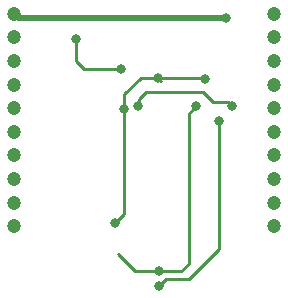
<source format=gtl>
G04 (created by PCBNEW (25-Oct-2014 BZR 4029)-stable) date 2015年05月14日 星期四 14时54分29秒*
%MOIN*%
G04 Gerber Fmt 3.4, Leading zero omitted, Abs format*
%FSLAX34Y34*%
G01*
G70*
G90*
G04 APERTURE LIST*
%ADD10C,0.00590551*%
%ADD11C,0.0472441*%
%ADD12C,0.0314961*%
%ADD13C,0.01*%
%ADD14C,0.019685*%
G04 APERTURE END LIST*
G54D10*
G54D11*
X43919Y-18169D03*
X43919Y-18956D03*
X43919Y-19744D03*
X43919Y-20531D03*
X43919Y-21318D03*
X43919Y-22106D03*
X43919Y-22893D03*
X43919Y-23681D03*
X43919Y-24468D03*
X43919Y-25255D03*
X52580Y-24468D03*
X52580Y-25255D03*
X52580Y-23681D03*
X52580Y-22893D03*
X52580Y-22106D03*
X52580Y-21318D03*
X52580Y-20531D03*
X52580Y-19744D03*
X52580Y-18956D03*
X52580Y-18169D03*
G54D12*
X48050Y-21250D03*
X51200Y-21250D03*
X48750Y-26750D03*
X50000Y-21250D03*
X46000Y-19000D03*
X47500Y-20000D03*
X50750Y-21750D03*
X48750Y-27250D03*
X50300Y-20350D03*
X48725Y-20300D03*
X47300Y-25150D03*
X47600Y-21350D03*
X51000Y-18300D03*
G54D13*
X50600Y-21100D02*
X50550Y-21100D01*
X50550Y-21100D02*
X50225Y-20775D01*
X48100Y-21200D02*
X48050Y-21250D01*
X48100Y-21000D02*
X48100Y-21200D01*
X48325Y-20775D02*
X48100Y-21000D01*
X50225Y-20775D02*
X48325Y-20775D01*
X51050Y-21100D02*
X50600Y-21100D01*
X51200Y-21250D02*
X51050Y-21100D01*
X48750Y-26750D02*
X47969Y-26750D01*
X47969Y-26750D02*
X47384Y-26165D01*
X48750Y-26750D02*
X49500Y-26750D01*
X49500Y-26750D02*
X49750Y-26500D01*
X49750Y-26500D02*
X49750Y-21500D01*
X49750Y-21500D02*
X50000Y-21250D01*
X46000Y-19750D02*
X46000Y-19000D01*
X46250Y-20000D02*
X46000Y-19750D01*
X47500Y-20000D02*
X46250Y-20000D01*
X50750Y-26000D02*
X50750Y-21750D01*
X49750Y-27000D02*
X50750Y-26000D01*
X49000Y-27000D02*
X49750Y-27000D01*
X48750Y-27250D02*
X49000Y-27000D01*
X48725Y-20300D02*
X50250Y-20300D01*
X50250Y-20300D02*
X50300Y-20350D01*
X47600Y-21350D02*
X47600Y-20850D01*
X48725Y-20300D02*
X48825Y-20400D01*
X48150Y-20300D02*
X48725Y-20300D01*
X47600Y-20850D02*
X48150Y-20300D01*
X47600Y-21350D02*
X47600Y-24850D01*
X47600Y-24850D02*
X47300Y-25150D01*
G54D14*
X51000Y-18300D02*
X44050Y-18300D01*
X44050Y-18300D02*
X43919Y-18169D01*
M02*

</source>
